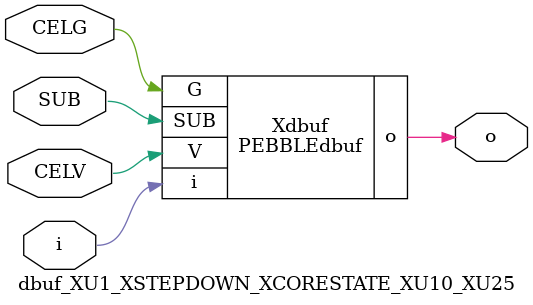
<source format=v>



module PEBBLEdbuf ( o, G, SUB, V, i );

  input V;
  input i;
  input G;
  output o;
  input SUB;
endmodule

//Celera Confidential Do Not Copy dbuf_XU1_XSTEPDOWN_XCORESTATE_XU10_XU25
//Celera Confidential Symbol Generator
//Digital Buffer
module dbuf_XU1_XSTEPDOWN_XCORESTATE_XU10_XU25 (CELV,CELG,i,o,SUB);
input CELV;
input CELG;
input i;
input SUB;
output o;

//Celera Confidential Do Not Copy dbuf
PEBBLEdbuf Xdbuf(
.V (CELV),
.i (i),
.o (o),
.SUB (SUB),
.G (CELG)
);
//,diesize,PEBBLEdbuf

//Celera Confidential Do Not Copy Module End
//Celera Schematic Generator
endmodule

</source>
